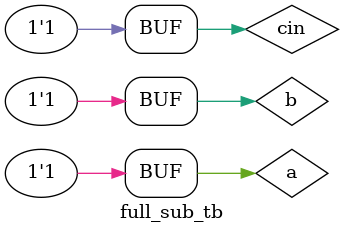
<source format=v>

module full_sub(diff,borrow,a,b,cin);
input a,b,cin;
output diff,borrow;
/*wire w1,w2,w3;

half_sub h1(w1,w2,a,b);
half_sub h2(diff,w3,w1,cin);
or (borrow,w2,w3);
*/
assign diff=(((~a)&(~b)&cin) | ((~a)&b&(~cin)) | (a&(~b)&(~cin)) | (a&b&cin));
assign borrow=(((~a)&cin) | ((~a)&b) | (b&cin));
endmodule

//Test Bench:
module full_sub_tb();
reg a,b,cin;
wire diff,borrow;
full_sub f1(diff,borrow,a,b,cin);
initial
begin
$monitor($time," A=%b B=%b Cin=%b Diff=%b Borrow=%b",a,b,cin,diff,borrow);
end
initial
begin
	a=1'b0; b=1'b0; cin=1'b0;
	#5;
	a=1'b0; b=1'b0; cin=1'b1;
	#5;
	a=1'b0; b=1'b1; cin=1'b0;
	#5;
	a=1'b0; b=1'b1; cin=1'b1;
	#5;
	a=1'b1; b=1'b0; cin=1'b0;
	#5;
	a=1'b1; b=1'b0; cin=1'b1;
	#5;
	a=1'b1; b=1'b1; cin=1'b0;
	#5;
	a=1'b1; b=1'b1; cin=1'b1;
	#5;
end
initial
begin
$dumpfile("full_sub.dump");
$dumpvars(0,full_sub_tb);
end
endmodule

</source>
